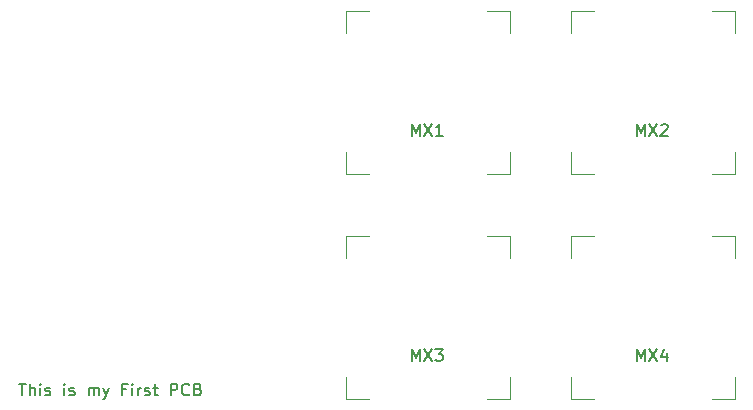
<source format=gbr>
G04 #@! TF.GenerationSoftware,KiCad,Pcbnew,(5.1.5)-3*
G04 #@! TF.CreationDate,2019-12-18T23:42:08-07:00*
G04 #@! TF.ProjectId,MiniV1,4d696e69-5631-42e6-9b69-6361645f7063,rev?*
G04 #@! TF.SameCoordinates,Original*
G04 #@! TF.FileFunction,Legend,Top*
G04 #@! TF.FilePolarity,Positive*
%FSLAX46Y46*%
G04 Gerber Fmt 4.6, Leading zero omitted, Abs format (unit mm)*
G04 Created by KiCad (PCBNEW (5.1.5)-3) date 2019-12-18 23:42:08*
%MOMM*%
%LPD*%
G04 APERTURE LIST*
%ADD10C,0.150000*%
%ADD11C,0.120000*%
%ADD12O,1.802000X2.802000*%
%ADD13C,1.852000*%
%ADD14C,4.089800*%
G04 APERTURE END LIST*
D10*
X93965095Y-89749380D02*
X94536523Y-89749380D01*
X94250809Y-90749380D02*
X94250809Y-89749380D01*
X94869857Y-90749380D02*
X94869857Y-89749380D01*
X95298428Y-90749380D02*
X95298428Y-90225571D01*
X95250809Y-90130333D01*
X95155571Y-90082714D01*
X95012714Y-90082714D01*
X94917476Y-90130333D01*
X94869857Y-90177952D01*
X95774619Y-90749380D02*
X95774619Y-90082714D01*
X95774619Y-89749380D02*
X95727000Y-89797000D01*
X95774619Y-89844619D01*
X95822238Y-89797000D01*
X95774619Y-89749380D01*
X95774619Y-89844619D01*
X96203190Y-90701761D02*
X96298428Y-90749380D01*
X96488904Y-90749380D01*
X96584142Y-90701761D01*
X96631761Y-90606523D01*
X96631761Y-90558904D01*
X96584142Y-90463666D01*
X96488904Y-90416047D01*
X96346047Y-90416047D01*
X96250809Y-90368428D01*
X96203190Y-90273190D01*
X96203190Y-90225571D01*
X96250809Y-90130333D01*
X96346047Y-90082714D01*
X96488904Y-90082714D01*
X96584142Y-90130333D01*
X97822238Y-90749380D02*
X97822238Y-90082714D01*
X97822238Y-89749380D02*
X97774619Y-89797000D01*
X97822238Y-89844619D01*
X97869857Y-89797000D01*
X97822238Y-89749380D01*
X97822238Y-89844619D01*
X98250809Y-90701761D02*
X98346047Y-90749380D01*
X98536523Y-90749380D01*
X98631761Y-90701761D01*
X98679380Y-90606523D01*
X98679380Y-90558904D01*
X98631761Y-90463666D01*
X98536523Y-90416047D01*
X98393666Y-90416047D01*
X98298428Y-90368428D01*
X98250809Y-90273190D01*
X98250809Y-90225571D01*
X98298428Y-90130333D01*
X98393666Y-90082714D01*
X98536523Y-90082714D01*
X98631761Y-90130333D01*
X99869857Y-90749380D02*
X99869857Y-90082714D01*
X99869857Y-90177952D02*
X99917476Y-90130333D01*
X100012714Y-90082714D01*
X100155571Y-90082714D01*
X100250809Y-90130333D01*
X100298428Y-90225571D01*
X100298428Y-90749380D01*
X100298428Y-90225571D02*
X100346047Y-90130333D01*
X100441285Y-90082714D01*
X100584142Y-90082714D01*
X100679380Y-90130333D01*
X100727000Y-90225571D01*
X100727000Y-90749380D01*
X101107952Y-90082714D02*
X101346047Y-90749380D01*
X101584142Y-90082714D02*
X101346047Y-90749380D01*
X101250809Y-90987476D01*
X101203190Y-91035095D01*
X101107952Y-91082714D01*
X103060333Y-90225571D02*
X102727000Y-90225571D01*
X102727000Y-90749380D02*
X102727000Y-89749380D01*
X103203190Y-89749380D01*
X103584142Y-90749380D02*
X103584142Y-90082714D01*
X103584142Y-89749380D02*
X103536523Y-89797000D01*
X103584142Y-89844619D01*
X103631761Y-89797000D01*
X103584142Y-89749380D01*
X103584142Y-89844619D01*
X104060333Y-90749380D02*
X104060333Y-90082714D01*
X104060333Y-90273190D02*
X104107952Y-90177952D01*
X104155571Y-90130333D01*
X104250809Y-90082714D01*
X104346047Y-90082714D01*
X104631761Y-90701761D02*
X104727000Y-90749380D01*
X104917476Y-90749380D01*
X105012714Y-90701761D01*
X105060333Y-90606523D01*
X105060333Y-90558904D01*
X105012714Y-90463666D01*
X104917476Y-90416047D01*
X104774619Y-90416047D01*
X104679380Y-90368428D01*
X104631761Y-90273190D01*
X104631761Y-90225571D01*
X104679380Y-90130333D01*
X104774619Y-90082714D01*
X104917476Y-90082714D01*
X105012714Y-90130333D01*
X105346047Y-90082714D02*
X105727000Y-90082714D01*
X105488904Y-89749380D02*
X105488904Y-90606523D01*
X105536523Y-90701761D01*
X105631761Y-90749380D01*
X105727000Y-90749380D01*
X106822238Y-90749380D02*
X106822238Y-89749380D01*
X107203190Y-89749380D01*
X107298428Y-89797000D01*
X107346047Y-89844619D01*
X107393666Y-89939857D01*
X107393666Y-90082714D01*
X107346047Y-90177952D01*
X107298428Y-90225571D01*
X107203190Y-90273190D01*
X106822238Y-90273190D01*
X108393666Y-90654142D02*
X108346047Y-90701761D01*
X108203190Y-90749380D01*
X108107952Y-90749380D01*
X107965095Y-90701761D01*
X107869857Y-90606523D01*
X107822238Y-90511285D01*
X107774619Y-90320809D01*
X107774619Y-90177952D01*
X107822238Y-89987476D01*
X107869857Y-89892238D01*
X107965095Y-89797000D01*
X108107952Y-89749380D01*
X108203190Y-89749380D01*
X108346047Y-89797000D01*
X108393666Y-89844619D01*
X109155571Y-90225571D02*
X109298428Y-90273190D01*
X109346047Y-90320809D01*
X109393666Y-90416047D01*
X109393666Y-90558904D01*
X109346047Y-90654142D01*
X109298428Y-90701761D01*
X109203190Y-90749380D01*
X108822238Y-90749380D01*
X108822238Y-89749380D01*
X109155571Y-89749380D01*
X109250809Y-89797000D01*
X109298428Y-89844619D01*
X109346047Y-89939857D01*
X109346047Y-90035095D01*
X109298428Y-90130333D01*
X109250809Y-90177952D01*
X109155571Y-90225571D01*
X108822238Y-90225571D01*
X146288285Y-87828380D02*
X146288285Y-86828380D01*
X146621619Y-87542666D01*
X146954952Y-86828380D01*
X146954952Y-87828380D01*
X147335904Y-86828380D02*
X148002571Y-87828380D01*
X148002571Y-86828380D02*
X147335904Y-87828380D01*
X148812095Y-87161714D02*
X148812095Y-87828380D01*
X148574000Y-86780761D02*
X148335904Y-87495047D01*
X148954952Y-87495047D01*
X127238285Y-87828380D02*
X127238285Y-86828380D01*
X127571619Y-87542666D01*
X127904952Y-86828380D01*
X127904952Y-87828380D01*
X128285904Y-86828380D02*
X128952571Y-87828380D01*
X128952571Y-86828380D02*
X128285904Y-87828380D01*
X129238285Y-86828380D02*
X129857333Y-86828380D01*
X129524000Y-87209333D01*
X129666857Y-87209333D01*
X129762095Y-87256952D01*
X129809714Y-87304571D01*
X129857333Y-87399809D01*
X129857333Y-87637904D01*
X129809714Y-87733142D01*
X129762095Y-87780761D01*
X129666857Y-87828380D01*
X129381142Y-87828380D01*
X129285904Y-87780761D01*
X129238285Y-87733142D01*
X146288285Y-68778380D02*
X146288285Y-67778380D01*
X146621619Y-68492666D01*
X146954952Y-67778380D01*
X146954952Y-68778380D01*
X147335904Y-67778380D02*
X148002571Y-68778380D01*
X148002571Y-67778380D02*
X147335904Y-68778380D01*
X148335904Y-67873619D02*
X148383523Y-67826000D01*
X148478761Y-67778380D01*
X148716857Y-67778380D01*
X148812095Y-67826000D01*
X148859714Y-67873619D01*
X148907333Y-67968857D01*
X148907333Y-68064095D01*
X148859714Y-68206952D01*
X148288285Y-68778380D01*
X148907333Y-68778380D01*
X127238285Y-68778380D02*
X127238285Y-67778380D01*
X127571619Y-68492666D01*
X127904952Y-67778380D01*
X127904952Y-68778380D01*
X128285904Y-67778380D02*
X128952571Y-68778380D01*
X128952571Y-67778380D02*
X128285904Y-68778380D01*
X129857333Y-68778380D02*
X129285904Y-68778380D01*
X129571619Y-68778380D02*
X129571619Y-67778380D01*
X129476380Y-67921238D01*
X129381142Y-68016476D01*
X129285904Y-68064095D01*
D11*
X140716000Y-89154000D02*
X140716000Y-91059000D01*
X140716000Y-91059000D02*
X142621000Y-91059000D01*
X152654000Y-91059000D02*
X154559000Y-91059000D01*
X154559000Y-91059000D02*
X154559000Y-89154000D01*
X140716000Y-79121000D02*
X140716000Y-77216000D01*
X154559000Y-77216000D02*
X154559000Y-79121000D01*
X152654000Y-77216000D02*
X154559000Y-77216000D01*
X140716000Y-77216000D02*
X142621000Y-77216000D01*
X121666000Y-89154000D02*
X121666000Y-91059000D01*
X121666000Y-91059000D02*
X123571000Y-91059000D01*
X133604000Y-91059000D02*
X135509000Y-91059000D01*
X135509000Y-91059000D02*
X135509000Y-89154000D01*
X121666000Y-79121000D02*
X121666000Y-77216000D01*
X135509000Y-77216000D02*
X135509000Y-79121000D01*
X133604000Y-77216000D02*
X135509000Y-77216000D01*
X121666000Y-77216000D02*
X123571000Y-77216000D01*
X140716000Y-70104000D02*
X140716000Y-72009000D01*
X140716000Y-72009000D02*
X142621000Y-72009000D01*
X152654000Y-72009000D02*
X154559000Y-72009000D01*
X154559000Y-72009000D02*
X154559000Y-70104000D01*
X140716000Y-60071000D02*
X140716000Y-58166000D01*
X154559000Y-58166000D02*
X154559000Y-60071000D01*
X152654000Y-58166000D02*
X154559000Y-58166000D01*
X140716000Y-58166000D02*
X142621000Y-58166000D01*
X121666000Y-72009000D02*
X123571000Y-72009000D01*
X121666000Y-70104000D02*
X121666000Y-72009000D01*
X135509000Y-72009000D02*
X135509000Y-70104000D01*
X133604000Y-72009000D02*
X135509000Y-72009000D01*
X135509000Y-58166000D02*
X135509000Y-60071000D01*
X133604000Y-58166000D02*
X135509000Y-58166000D01*
X121666000Y-58166000D02*
X123571000Y-58166000D01*
X121666000Y-60071000D02*
X121666000Y-58166000D01*
%LPC*%
D12*
X79154000Y-54864000D03*
X86454000Y-54864000D03*
X86454000Y-59364000D03*
X79154000Y-59364000D03*
D13*
X152717500Y-84137500D03*
X142557500Y-84137500D03*
D14*
X147637500Y-84137500D03*
D13*
X133667500Y-84137500D03*
X123507500Y-84137500D03*
D14*
X128587500Y-84137500D03*
D13*
X152717500Y-65087500D03*
X142557500Y-65087500D03*
D14*
X147637500Y-65087500D03*
D13*
X133667500Y-65087500D03*
X123507500Y-65087500D03*
D14*
X128587500Y-65087500D03*
M02*

</source>
